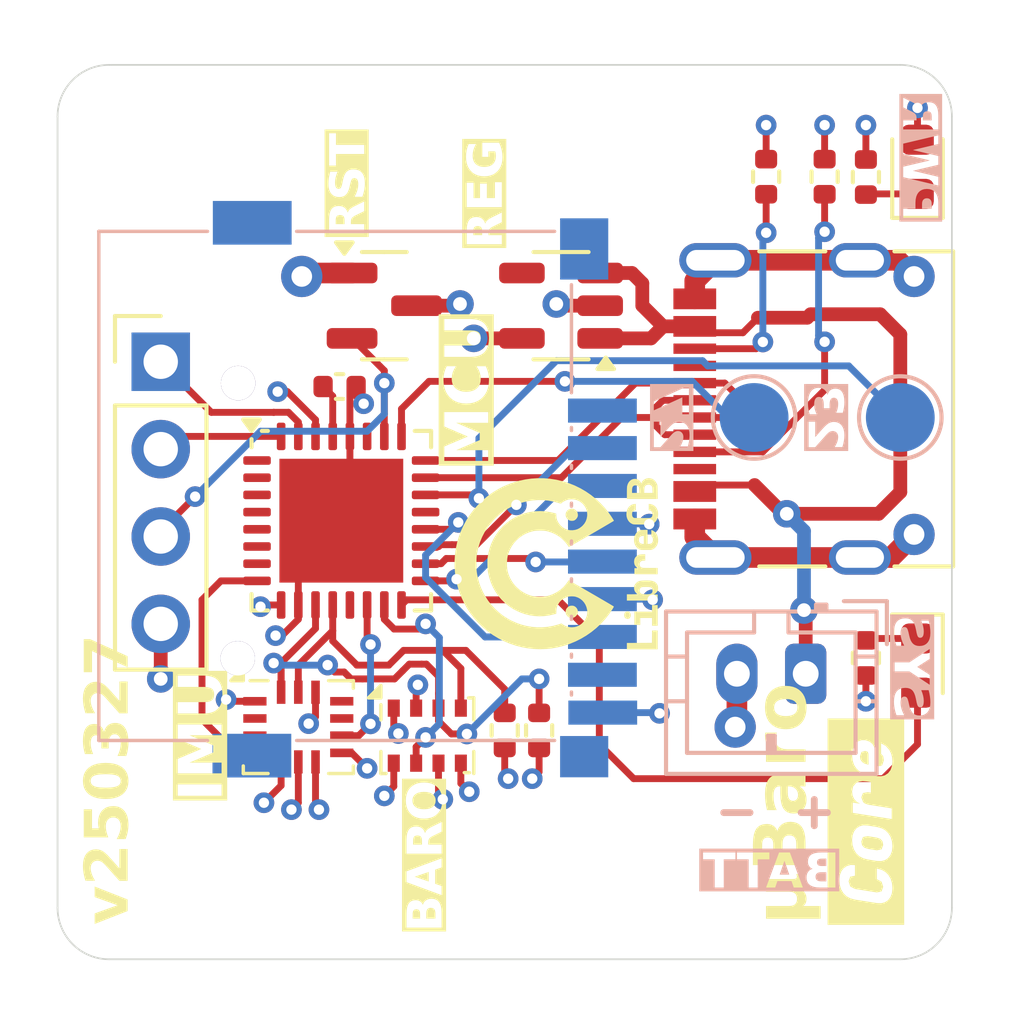
<source format=kicad_pcb>
(kicad_pcb (version 20241229) (generator "pcbnew") (generator_version "9.0")
  (title_block (title "µBaro") (date "2025-03-27") (rev "v250327") (company "LibreCB"))
  (layers (0 "F.Cu" signal) (4 "In1.Cu" signal) (6 "In2.Cu" signal) (2 "B.Cu" signal) (13 "F.Paste" user) (15 "B.Paste" user) (5 "F.SilkS" user "F.Silkscreen") (7 "B.SilkS" user "B.Silkscreen") (1 "F.Mask" user) (3 "B.Mask" user) (25 "Edge.Cuts" user))
  (net 0 "")
  (net 1 "/SCK")
  (net 2 "/MOSI")
  (net 3 "GND")
  (net 4 "/CS")
  (net 7 "/MISO")
  (net 8 "+3.3V")
  (net 9 "Net-(J3-Pin_3)")
  (net 10 "Net-(J3-Pin_2)")
  (net 11 "Net-(J3-Pin_1)")
  (net 12 "Net-(U1-VDDCORE)")
  (net 20 "/D-")
  (net 21 "/BUF_I2C_SCL")
  (net 24 "/BUF_I2C_SDA")
  (net 25 "/D+")
  (net 27 "/BARO_INT")
  (net 28 "/IMU_INT2")
  (net 33 "/IMU_INT1")
  (net 34 "+5V")
  (net 35 "Net-(J1-CC1)")
  (net 38 "Net-(J1-CC2)")
  (net 40 "Net-(D1-K)")
  (net 41 "Net-(D2-A)")
  (net 42 "Net-(D2-K)")
  (net 43 "Net-(U1-PA23)")
  (net 44 "Net-(U1-PA27)")
  (footprint "LOGO" (layer "F.Cu") (at 108 71.25 90)
    (property "Reference" "G***" (hide yes))
    (property "Value" "LOGO" (hide yes))
  )
  (footprint "Package_TO_SOT_SMD:SOT-23" (layer "F.Cu") (at 103 63.75)
    (property "Reference" "U4" (hide yes))
    (property "Value" "TPS3839DBZ")
    (pad "1" smd roundrect (at -0.9375 -0.95) (size 1.475 0.6) (layers "F.Cu" "F.Mask" "F.Paste") (net 3 "GND"))
    (pad "2" smd roundrect (at -0.9375 0.95) (size 1.475 0.6) (layers "F.Cu" "F.Mask" "F.Paste") (net 9 "Net-(J3-Pin_3)"))
    (pad "3" smd roundrect (at 0.9375 0) (size 1.475 0.6) (layers "F.Cu" "F.Mask" "F.Paste") (net 8 "+3.3V"))
  )
  (footprint "Resistor_SMD:R_0402_1005Metric" (layer "F.Cu") (at 107.5 76.0975 90)
    (property "Reference" "R3" (hide yes))
    (property "Value" "4.7K")
    (pad "1" smd roundrect (at -0.51 0 90) (size 0.54 0.64) (layers "F.Cu" "F.Mask" "F.Paste") (net 3 "GND"))
    (pad "2" smd roundrect (at 0.51 0 90) (size 0.54 0.64) (layers "F.Cu" "F.Mask" "F.Paste") (net 24 "/BUF_I2C_SDA"))
  )
  (footprint "Resistor_SMD:R_0402_1005Metric" (layer "F.Cu") (at 106.5 76.0975 90)
    (property "Reference" "R4" (hide yes))
    (property "Value" "4.7K")
    (pad "1" smd roundrect (at -0.51 0 90) (size 0.54 0.64) (layers "F.Cu" "F.Mask" "F.Paste") (net 3 "GND"))
    (pad "2" smd roundrect (at 0.51 0 90) (size 0.54 0.64) (layers "F.Cu" "F.Mask" "F.Paste") (net 21 "/BUF_I2C_SCL"))
  )
  (footprint "LED_SMD:LED_0603_1608Metric" (layer "F.Cu") (at 118.5 59.7125 90)
    (property "Reference" "D1" (hide yes))
    (property "Value" "RED")
    (pad "1" smd roundrect (at -0.7875 0 90) (size 0.875 0.95) (layers "F.Cu" "F.Mask" "F.Paste") (net 40 "Net-(D1-K)"))
    (pad "2" smd roundrect (at 0.7875 0 90) (size 0.875 0.95) (layers "F.Cu" "F.Mask" "F.Paste") (net 8 "+3.3V"))
  )
  (footprint "Resistor_SMD:R_0402_1005Metric" (layer "F.Cu") (at 117 60.01 90)
    (property "Reference" "R5" (hide yes))
    (property "Value" "55R")
    (pad "1" smd roundrect (at -0.51 0 90) (size 0.54 0.64) (layers "F.Cu" "F.Mask" "F.Paste") (net 40 "Net-(D1-K)"))
    (pad "2" smd roundrect (at 0.51 0 90) (size 0.54 0.64) (layers "F.Cu" "F.Mask" "F.Paste") (net 3 "GND"))
  )
  (footprint "MountingHole:MountingHole_2.2mm_M2" (layer "F.Cu") (at 110.5 80.25)
    (property "Reference" "H3" (hide yes))
    (property "Value" "MountingHole")
    (pad "" np_thru_hole circle (at 0 0) (size 2.2 2.2) (drill 2.2) (layers "*.Cu" "*.Mask"))
  )
  (footprint "Project:USB_C_Receptacle_G-Switch_GT-USB-7010ASV" (layer "F.Cu") (at 115.75 66.75 90)
    (property "Reference" "J1" (hide yes))
    (property "Value" "USB_C_Receptacle_USB2.0_16P")
    (pad "" np_thru_hole circle (at -2.89 -2.605 90) (size 0.65 0.65) (drill 0.65) (layers "*.Cu" "*.Mask"))
    (pad "" np_thru_hole circle (at 2.89 -2.605 90) (size 0.65 0.65) (drill 0.65) (layers "*.Cu" "*.Mask"))
    (pad "A1" smd rect (at -3.2 -3.725 90) (size 0.6 1.24) (layers "F.Cu" "F.Mask" "F.Paste") (net 3 "GND"))
    (pad "A4" smd rect (at -2.4 -3.725 90) (size 0.6 1.24) (layers "F.Cu" "F.Mask" "F.Paste") (net 34 "+5V"))
    (pad "A5" smd rect (at -1.25 -3.725 90) (size 0.3 1.24) (layers "F.Cu" "F.Mask" "F.Paste") (net 35 "Net-(J1-CC1)"))
    (pad "A6" smd rect (at -0.25 -3.725 90) (size 0.3 1.24) (layers "F.Cu" "F.Mask" "F.Paste") (net 25 "/D+"))
    (pad "A7" smd rect (at 0.25 -3.725 90) (size 0.3 1.24) (layers "F.Cu" "F.Mask" "F.Paste") (net 20 "/D-"))
    (pad "A8" smd rect (at 1.25 -3.725 90) (size 0.3 1.24) (layers "F.Cu" "F.Mask" "F.Paste"))
    (pad "A9" smd rect (at 2.4 -3.725 90) (size 0.6 1.24) (layers "F.Cu" "F.Mask" "F.Paste") (net 34 "+5V"))
    (pad "A12" smd rect (at 3.2 -3.725 90) (size 0.6 1.24) (layers "F.Cu" "F.Mask" "F.Paste") (net 3 "GND"))
    (pad "B1" smd rect (at 3.2 -3.725 90) (size 0.6 1.24) (layers "F.Cu" "F.Mask" "F.Paste") (net 3 "GND"))
    (pad "B4" smd rect (at 2.4 -3.725 90) (size 0.6 1.24) (layers "F.Cu" "F.Mask" "F.Paste") (net 34 "+5V"))
    (pad "B5" smd rect (at 1.75 -3.725 90) (size 0.3 1.24) (layers "F.Cu" "F.Mask" "F.Paste") (net 38 "Net-(J1-CC2)"))
    (pad "B6" smd rect (at 0.75 -3.725 90) (size 0.3 1.24) (layers "F.Cu" "F.Mask" "F.Paste") (net 25 "/D+"))
    (pad "B7" smd rect (at -0.75 -3.725 90) (size 0.3 1.24) (layers "F.Cu" "F.Mask" "F.Paste") (net 20 "/D-"))
    (pad "B8" smd rect (at -1.75 -3.725 90) (size 0.3 1.24) (layers "F.Cu" "F.Mask" "F.Paste"))
    (pad "B9" smd rect (at -2.4 -3.725 90) (size 0.6 1.24) (layers "F.Cu" "F.Mask" "F.Paste") (net 34 "+5V"))
    (pad "B12" smd rect (at -3.2 -3.725 90) (size 0.6 1.24) (layers "F.Cu" "F.Mask" "F.Paste") (net 3 "GND"))
    (pad "S1" thru_hole oval (at -4.32 -3.125 90) (size 1 2.1) (drill oval 0.6 1.7) (property pad_prop_heatsink) (layers "*.Cu" "*.Mask") (net 3 "GND"))
    (pad "S1" thru_hole oval (at -4.32 1.075 90) (size 1 1.8) (drill oval 0.6 1.4) (property pad_prop_heatsink) (layers "*.Cu" "*.Mask") (net 3 "GND"))
    (pad "S1" thru_hole oval (at 4.32 -3.125 90) (size 1 2.1) (drill oval 0.6 1.7) (property pad_prop_heatsink) (layers "*.Cu" "*.Mask") (net 3 "GND"))
    (pad "S1" thru_hole oval (at 4.32 1.075 90) (size 1 1.8) (drill oval 0.6 1.4) (property pad_prop_heatsink) (layers "*.Cu" "*.Mask") (net 3 "GND"))
  )
  (footprint "kibuzzard-67E48EA0" (layer "F.Cu") (at 117 78.75 90)
    (property "Reference" "kibuzzard-67E48EA0" (hide yes))
    (property "Value" "G***" (hide yes))
  )
  (footprint "Connector_PinHeader_2.54mm:PinHeader_1x04_P2.54mm_Vertical" (layer "F.Cu") (at 96.5 65.38)
    (property "Reference" "J3" (hide yes))
    (property "Value" "Conn_01x04")
    (pad "1" thru_hole rect (at 0 0) (size 1.7 1.7) (drill 1) (layers "*.Cu" "*.Mask") (net 11 "Net-(J3-Pin_1)"))
    (pad "2" thru_hole oval (at 0 2.54) (size 1.7 1.7) (drill 1) (layers "*.Cu" "*.Mask") (net 10 "Net-(J3-Pin_2)"))
    (pad "3" thru_hole oval (at 0 5.08) (size 1.7 1.7) (drill 1) (layers "*.Cu" "*.Mask") (net 9 "Net-(J3-Pin_3)"))
    (pad "4" thru_hole oval (at 0 7.62) (size 1.7 1.7) (drill 1) (layers "*.Cu" "*.Mask") (net 3 "GND"))
  )
  (footprint "Package_DFN_QFN:QFN-32-1EP_5x5mm_P0.5mm_EP3.6x3.6mm" (layer "F.Cu") (at 101.75 70)
    (property "Reference" "U1" (hide yes))
    (property "Value" "ATSAMD20E15A-MUT")
    (pad "1" smd roundrect (at -2.45 -1.75) (size 0.8 0.25) (layers "F.Cu" "F.Mask" "F.Paste"))
    (pad "2" smd roundrect (at -2.45 -1.25) (size 0.8 0.25) (layers "F.Cu" "F.Mask" "F.Paste"))
    (pad "3" smd roundrect (at -2.45 -0.75) (size 0.8 0.25) (layers "F.Cu" "F.Mask" "F.Paste"))
    (pad "4" smd roundrect (at -2.45 -0.25) (size 0.8 0.25) (layers "F.Cu" "F.Mask" "F.Paste"))
    (pad "5" smd roundrect (at -2.45 0.25) (size 0.8 0.25) (layers "F.Cu" "F.Mask" "F.Paste"))
    (pad "6" smd roundrect (at -2.45 0.75) (size 0.8 0.25) (layers "F.Cu" "F.Mask" "F.Paste"))
    (pad "7" smd roundrect (at -2.45 1.25) (size 0.8 0.25) (layers "F.Cu" "F.Mask" "F.Paste"))
    (pad "8" smd roundrect (at -2.45 1.75) (size 0.8 0.25) (layers "F.Cu" "F.Mask" "F.Paste") (net 33 "/IMU_INT1"))
    (pad "9" smd roundrect (at -1.75 2.45) (size 0.25 0.8) (layers "F.Cu" "F.Mask" "F.Paste") (net 8 "+3.3V"))
    (pad "10" smd roundrect (at -1.25 2.45) (size 0.25 0.8) (layers "F.Cu" "F.Mask" "F.Paste") (net 3 "GND"))
    (pad "11" smd roundrect (at -0.75 2.45) (size 0.25 0.8) (layers "F.Cu" "F.Mask" "F.Paste") (net 24 "/BUF_I2C_SDA"))
    (pad "12" smd roundrect (at -0.25 2.45) (size 0.25 0.8) (layers "F.Cu" "F.Mask" "F.Paste") (net 21 "/BUF_I2C_SCL"))
    (pad "13" smd roundrect (at 0.25 2.45) (size 0.25 0.8) (layers "F.Cu" "F.Mask" "F.Paste"))
    (pad "14" smd roundrect (at 0.75 2.45) (size 0.25 0.8) (layers "F.Cu" "F.Mask" "F.Paste") (net 28 "/IMU_INT2"))
    (pad "15" smd roundrect (at 1.25 2.45) (size 0.25 0.8) (layers "F.Cu" "F.Mask" "F.Paste") (net 27 "/BARO_INT"))
    (pad "16" smd roundrect (at 1.75 2.45) (size 0.25 0.8) (layers "F.Cu" "F.Mask" "F.Paste") (net 41 "Net-(D2-A)"))
    (pad "17" smd roundrect (at 2.45 1.75) (size 0.8 0.25) (layers "F.Cu" "F.Mask" "F.Paste") (net 2 "/MOSI"))
    (pad "18" smd roundrect (at 2.45 1.25) (size 0.8 0.25) (layers "F.Cu" "F.Mask" "F.Paste") (net 1 "/SCK"))
    (pad "19" smd roundrect (at 2.45 0.75) (size 0.8 0.25) (layers "F.Cu" "F.Mask" "F.Paste") (net 4 "/CS"))
    (pad "20" smd roundrect (at 2.45 0.25) (size 0.8 0.25) (layers "F.Cu" "F.Mask" "F.Paste") (net 7 "/MISO"))
    (pad "21" smd roundrect (at 2.45 -0.25) (size 0.8 0.25) (layers "F.Cu" "F.Mask" "F.Paste"))
    (pad "22" smd roundrect (at 2.45 -0.75) (size 0.8 0.25) (layers "F.Cu" "F.Mask" "F.Paste") (net 43 "Net-(U1-PA23)"))
    (pad "23" smd roundrect (at 2.45 -1.25) (size 0.8 0.25) (layers "F.Cu" "F.Mask" "F.Paste") (net 20 "/D-"))
    (pad "24" smd roundrect (at 2.45 -1.75) (size 0.8 0.25) (layers "F.Cu" "F.Mask" "F.Paste") (net 25 "/D+"))
    (pad "25" smd roundrect (at 1.75 -2.45) (size 0.25 0.8) (layers "F.Cu" "F.Mask" "F.Paste") (net 44 "Net-(U1-PA27)"))
    (pad "26" smd roundrect (at 1.25 -2.45) (size 0.25 0.8) (layers "F.Cu" "F.Mask" "F.Paste") (net 9 "Net-(J3-Pin_3)"))
    (pad "27" smd roundrect (at 0.75 -2.45) (size 0.25 0.8) (layers "F.Cu" "F.Mask" "F.Paste"))
    (pad "28" smd roundrect (at 0.25 -2.45) (size 0.25 0.8) (layers "F.Cu" "F.Mask" "F.Paste") (net 3 "GND"))
    (pad "29" smd roundrect (at -0.25 -2.45) (size 0.25 0.8) (layers "F.Cu" "F.Mask" "F.Paste") (net 12 "Net-(U1-VDDCORE)"))
    (pad "30" smd roundrect (at -0.75 -2.45) (size 0.25 0.8) (layers "F.Cu" "F.Mask" "F.Paste") (net 8 "+3.3V"))
    (pad "31" smd roundrect (at -1.25 -2.45) (size 0.25 0.8) (layers "F.Cu" "F.Mask" "F.Paste") (net 11 "Net-(J3-Pin_1)"))
    (pad "32" smd roundrect (at -1.75 -2.45) (size 0.25 0.8) (layers "F.Cu" "F.Mask" "F.Paste") (net 10 "Net-(J3-Pin_2)"))
    (pad "33" smd rect (at 0 0) (size 3.6 3.6) (property pad_prop_heatsink) (layers "F.Cu" "F.Mask") (net 3 "GND"))
  )
  (footprint "Package_TO_SOT_SMD:SOT-23-5" (layer "F.Cu") (at 108.1375 63.75 180)
    (property "Reference" "U5" (hide yes))
    (property "Value" "TPTLV73333PDBVR")
    (pad "1" smd roundrect (at -1.1375 -0.95 180) (size 1.325 0.6) (layers "F.Cu" "F.Mask" "F.Paste") (net 34 "+5V"))
    (pad "2" smd roundrect (at -1.1375 0 180) (size 1.325 0.6) (layers "F.Cu" "F.Mask" "F.Paste") (net 3 "GND"))
    (pad "3" smd roundrect (at -1.1375 0.95 180) (size 1.325 0.6) (layers "F.Cu" "F.Mask" "F.Paste") (net 34 "+5V"))
    (pad "4" smd roundrect (at 1.1375 0.95 180) (size 1.325 0.6) (layers "F.Cu" "F.Mask" "F.Paste"))
    (pad "5" smd roundrect (at 1.1375 -0.95 180) (size 1.325 0.6) (layers "F.Cu" "F.Mask" "F.Paste") (net 8 "+3.3V"))
  )
  (footprint "MountingHole:MountingHole_2.2mm_M2" (layer "F.Cu") (at 110.5 59.25)
    (property "Reference" "H2" (hide yes))
    (property "Value" "MountingHole")
    (pad "" np_thru_hole circle (at 0 0) (size 2.2 2.2) (drill 2.2) (layers "*.Cu" "*.Mask"))
  )
  (footprint "Capacitor_SMD:C_0402_1005Metric" (layer "F.Cu") (at 101.7 66.1 180)
    (property "Reference" "C1" (hide yes))
    (property "Value" "1uF")
    (pad "1" smd roundrect (at -0.48 0 180) (size 0.56 0.62) (layers "F.Cu" "F.Mask" "F.Paste") (net 3 "GND"))
    (pad "2" smd roundrect (at 0.48 0 180) (size 0.56 0.62) (layers "F.Cu" "F.Mask" "F.Paste") (net 12 "Net-(U1-VDDCORE)"))
  )
  (footprint "LED_SMD:LED_0603_1608Metric" (layer "F.Cu") (at 118.5 74.2125 -90)
    (property "Reference" "D2" (hide yes))
    (property "Value" "GREEN")
    (pad "1" smd roundrect (at -0.7875 0 270) (size 0.875 0.95) (layers "F.Cu" "F.Mask" "F.Paste") (net 42 "Net-(D2-K)"))
    (pad "2" smd roundrect (at 0.7875 0 270) (size 0.875 0.95) (layers "F.Cu" "F.Mask" "F.Paste") (net 41 "Net-(D2-A)"))
  )
  (footprint "Package_LGA:Bosch_LGA-14_3x2.5mm_P0.5mm" (layer "F.Cu") (at 100.5 76)
    (property "Reference" "U3" (hide yes))
    (property "Value" "BMI160")
    (pad "1" smd rect (at -1.2625 -0.75) (size 0.675 0.25) (layers "F.Cu" "F.Mask" "F.Paste") (net 3 "GND"))
    (pad "2" smd rect (at -1.2625 -0.25) (size 0.675 0.25) (layers "F.Cu" "F.Mask" "F.Paste"))
    (pad "3" smd rect (at -1.2625 0.25) (size 0.675 0.25) (layers "F.Cu" "F.Mask" "F.Paste"))
    (pad "4" smd rect (at -1.2625 0.75) (size 0.675 0.25) (layers "F.Cu" "F.Mask" "F.Paste") (net 33 "/IMU_INT1"))
    (pad "5" smd rect (at -0.5 1.0125) (size 0.25 0.675) (layers "F.Cu" "F.Mask" "F.Paste") (net 8 "+3.3V"))
    (pad "6" smd rect (at 0 1.0125) (size 0.25 0.675) (layers "F.Cu" "F.Mask" "F.Paste") (net 3 "GND"))
    (pad "7" smd rect (at 0.5 1.0125) (size 0.25 0.675) (layers "F.Cu" "F.Mask" "F.Paste") (net 3 "GND"))
    (pad "8" smd rect (at 1.2625 0.75) (size 0.675 0.25) (layers "F.Cu" "F.Mask" "F.Paste") (net 8 "+3.3V"))
    (pad "9" smd rect (at 1.2625 0.25) (size 0.675 0.25) (layers "F.Cu" "F.Mask" "F.Paste") (net 28 "/IMU_INT2"))
    (pad "10" smd rect (at 1.2625 -0.25) (size 0.675 0.25) (layers "F.Cu" "F.Mask" "F.Paste"))
    (pad "11" smd rect (at 1.2625 -0.75) (size 0.675 0.25) (layers "F.Cu" "F.Mask" "F.Paste"))
    (pad "12" smd rect (at 0.5 -1.0125) (size 0.25 0.675) (layers "F.Cu" "F.Mask" "F.Paste") (net 8 "+3.3V"))
    (pad "13" smd rect (at 0 -1.0125) (size 0.25 0.675) (layers "F.Cu" "F.Mask" "F.Paste") (net 21 "/BUF_I2C_SCL"))
    (pad "14" smd rect (at -0.5 -1.0125) (size 0.25 0.675) (layers "F.Cu" "F.Mask" "F.Paste") (net 24 "/BUF_I2C_SDA"))
  )
  (footprint "Resistor_SMD:R_0402_1005Metric" (layer "F.Cu") (at 115.8 60 90)
    (property "Reference" "R1" (hide yes))
    (property "Value" "5.1K")
    (pad "1" smd roundrect (at -0.51 0 90) (size 0.54 0.64) (layers "F.Cu" "F.Mask" "F.Paste") (net 35 "Net-(J1-CC1)"))
    (pad "2" smd roundrect (at 0.51 0 90) (size 0.54 0.64) (layers "F.Cu" "F.Mask" "F.Paste") (net 3 "GND"))
  )
  (footprint "MountingHole:MountingHole_2.2mm_M2" (layer "F.Cu") (at 98 80.25)
    (property "Reference" "H4" (hide yes))
    (property "Value" "MountingHole")
    (pad "" np_thru_hole circle (at 0 0) (size 2.2 2.2) (drill 2.2) (layers "*.Cu" "*.Mask"))
  )
  (footprint "Package_LGA:Bosch_LGA-8_2x2.5mm_P0.65mm_ClockwisePinNumbering" (layer "F.Cu") (at 104.25 76.25)
    (property "Reference" "U2" (hide yes))
    (property "Value" "BMP390L")
    (pad "1" smd rect (at -0.975 -0.8 90) (size 0.5 0.35) (layers "F.Cu" "F.Mask" "F.Paste") (net 3 "GND"))
    (pad "2" smd rect (at -0.325 -0.8 90) (size 0.5 0.35) (layers "F.Cu" "F.Mask" "F.Paste") (net 8 "+3.3V"))
    (pad "3" smd rect (at 0.325 -0.8 90) (size 0.5 0.35) (layers "F.Cu" "F.Mask" "F.Paste") (net 24 "/BUF_I2C_SDA"))
    (pad "4" smd rect (at 0.975 -0.8 90) (size 0.5 0.35) (layers "F.Cu" "F.Mask" "F.Paste") (net 21 "/BUF_I2C_SCL"))
    (pad "5" smd rect (at 0.975 0.8 90) (size 0.5 0.35) (layers "F.Cu" "F.Mask" "F.Paste") (net 3 "GND"))
    (pad "6" smd rect (at 0.325 0.8 90) (size 0.5 0.35) (layers "F.Cu" "F.Mask" "F.Paste") (net 8 "+3.3V"))
    (pad "7" smd rect (at -0.325 0.8 90) (size 0.5 0.35) (layers "F.Cu" "F.Mask" "F.Paste") (net 27 "/BARO_INT"))
    (pad "8" smd rect (at -0.975 0.8 90) (size 0.5 0.35) (layers "F.Cu" "F.Mask" "F.Paste") (net 8 "+3.3V"))
  )
  (footprint "MountingHole:MountingHole_2.2mm_M2" (layer "F.Cu") (at 98 59.25)
    (property "Reference" "H1" (hide yes))
    (property "Value" "MountingHole")
    (pad "" np_thru_hole circle (at 0 0) (size 2.2 2.2) (drill 2.2) (layers "*.Cu" "*.Mask"))
  )
  (footprint "Resistor_SMD:R_0402_1005Metric" (layer "F.Cu") (at 114.1 60 90)
    (property "Reference" "R2" (hide yes))
    (property "Value" "5.1K")
    (pad "1" smd roundrect (at -0.51 0 90) (size 0.54 0.64) (layers "F.Cu" "F.Mask" "F.Paste") (net 38 "Net-(J1-CC2)"))
    (pad "2" smd roundrect (at 0.51 0 90) (size 0.54 0.64) (layers "F.Cu" "F.Mask" "F.Paste") (net 3 "GND"))
  )
  (footprint "Resistor_SMD:R_0402_1005Metric" (layer "F.Cu") (at 117 73.99 -90)
    (property "Reference" "R6" (hide yes))
    (property "Value" "55R")
    (pad "1" smd roundrect (at -0.51 0 270) (size 0.54 0.64) (layers "F.Cu" "F.Mask" "F.Paste") (net 42 "Net-(D2-K)"))
    (pad "2" smd roundrect (at 0.51 0 270) (size 0.54 0.64) (layers "F.Cu" "F.Mask" "F.Paste") (net 3 "GND"))
  )
  (footprint "Project:TF-SMD_TF-015" (layer "B.Cu") (at 104.25 69.1 90)
    (property "Reference" "J2" (hide yes))
    (property "Value" "Micro_SD_Card")
    (pad "" thru_hole circle (at -4.9 -5.51 90) (size 1 1) (drill 1) (layers "*.Cu" "*.Mask"))
    (pad "" thru_hole circle (at 3.1 -5.5 90) (size 1 1) (drill 1) (layers "*.Cu" "*.Mask"))
    (pad "1" smd rect (at 2.3 5.09 90) (size 0.7 2) (layers "B.Cu" "B.Mask" "B.Paste"))
    (pad "2" smd rect (at 1.21 5.09 90) (size 0.7 2) (layers "B.Cu" "B.Mask" "B.Paste") (net 4 "/CS"))
    (pad "3" smd rect (at 0.11 5.09 90) (size 0.7 2) (layers "B.Cu" "B.Mask" "B.Paste") (net 2 "/MOSI"))
    (pad "4" smd rect (at -0.99 5.09 90) (size 0.7 2) (layers "B.Cu" "B.Mask" "B.Paste") (net 8 "+3.3V"))
    (pad "5" smd rect (at -2.09 5.09 90) (size 0.7 2) (layers "B.Cu" "B.Mask" "B.Paste") (net 1 "/SCK"))
    (pad "6" smd rect (at -3.18 5.09 90) (size 0.7 2) (layers "B.Cu" "B.Mask" "B.Paste") (net 3 "GND"))
    (pad "7" smd rect (at -4.28 5.09 90) (size 0.7 2) (layers "B.Cu" "B.Mask" "B.Paste") (net 7 "/MISO"))
    (pad "8" smd rect (at -5.38 5.09 90) (size 0.7 2) (layers "B.Cu" "B.Mask" "B.Paste"))
    (pad "9" smd rect (at -6.48 5.1 90) (size 0.7 2) (layers "B.Cu" "B.Mask" "B.Paste") (net 3 "GND"))
    (pad "10" smd rect (at -7.76 4.56 90) (size 1.2 1.4) (layers "B.Cu" "B.Mask" "B.Paste"))
    (pad "11" smd rect (at -7.73 -5.1 90) (size 1.27 2.29) (layers "B.Cu" "B.Mask" "B.Paste"))
    (pad "12" smd rect (at 7.76 -5.09 90) (size 1.27 2.29) (layers "B.Cu" "B.Mask" "B.Paste"))
    (pad "13" smd rect (at 7 4.56 90) (size 1.78 1.4) (layers "B.Cu" "B.Mask" "B.Paste"))
  )
  (footprint "TestPoint:TestPoint_Pad_D2.0mm" (layer "B.Cu") (at 118 67)
    (property "Reference" "TP1" (hide yes))
    (property "Value" "TestPoint")
    (pad "1" smd circle (at 0 0) (size 2 2) (layers "B.Cu" "B.Mask") (net 43 "Net-(U1-PA23)"))
  )
  (footprint "Connector_JST:JST_PH_B2B-PH-K_1x02_P2.00mm_Vertical" (layer "B.Cu") (at 115.25 74.45 180)
    (property "Reference" "J4" (hide yes))
    (property "Value" "Conn_01x02")
    (pad "1" thru_hole roundrect (at 0 0 180) (size 1.2 1.75) (drill 0.75) (layers "*.Cu" "*.Mask") (roundrect_rratio 0.208333) (net 34 "+5V"))
    (pad "2" thru_hole oval (at 2 0 180) (size 1.2 1.75) (drill 0.75) (layers "*.Cu" "*.Mask") (net 3 "GND"))
  )
  (footprint "TestPoint:TestPoint_Pad_D2.0mm" (layer "B.Cu") (at 113.75 67)
    (property "Reference" "TP2" (hide yes))
    (property "Value" "TestPoint")
    (pad "1" smd circle (at 0 0) (size 2 2) (layers "B.Cu" "B.Mask") (net 44 "Net-(U1-PA27)"))
  )
  (gr_line (start 119.5 58.25) (end 119.5 81.25) (stroke (width 0.05)) (layer "Edge.Cuts"))
  (gr_arc (start 93.5 58.25) (mid 93.93934 57.18934) (end 95 56.75) (stroke (width 0.05)) (layer "Edge.Cuts"))
  (gr_arc (start 119.5 81.25) (mid 119.06066 82.31066) (end 118 82.75) (stroke (width 0.05)) (layer "Edge.Cuts"))
  (gr_arc (start 118 56.75) (mid 119.06066 57.18934) (end 119.5 58.25) (stroke (width 0.05)) (layer "Edge.Cuts"))
  (gr_line (start 93.5 81.25) (end 93.5 58.25) (stroke (width 0.05)) (layer "Edge.Cuts"))
  (gr_line (start 95 56.75) (end 118 56.75) (stroke (width 0.05)) (layer "Edge.Cuts"))
  (gr_line (start 118 82.75) (end 95 82.75) (stroke (width 0.05)) (layer "Edge.Cuts"))
  (gr_arc (start 95 82.75) (mid 93.93934 82.31066) (end 93.5 81.25) (stroke (width 0.05)) (layer "Edge.Cuts"))
  (gr_text "BARO" (at 104.25 79.75 90) (layer "F.SilkS" knockout) (effects (font (size 1 1) (thickness 0.1))))
  (gr_text "MCU" (at 105.5 66.2 90) (layer "F.SilkS" knockout) (effects (font (size 1.25 1.25) (thickness 0.1))))
  (gr_text "${REVISION}" (at 95.75 81.75 90) (layer "F.SilkS") (effects (font (size 1.25 1.25) (thickness 0.3) (bold yes)) (justify left bottom)))
  (gr_text "RST" (at 102 60.25 90) (layer "F.SilkS" knockout) (effects (font (size 1 1) (thickness 0.1))))
  (gr_text "µBaro" (at 115.5 81.75 90) (layer "F.SilkS") (effects (font (size 1.5 1.5) (thickness 0.1875)) (justify left bottom)))
  (gr_text "IMU" (at 97.75 76.25 90) (layer "F.SilkS" knockout) (effects (font (size 1.25 1.25) (thickness 0.125))))
  (gr_text "REG" (at 106 60.5 90) (layer "F.SilkS" knockout) (effects (font (size 1 1) (thickness 0.1))))
  (gr_text "+" (at 116.25 79 0) (layer "B.SilkS") (effects (font (size 1 1) (thickness 0.2) (bold yes)) (justify left bottom mirror)))
  (gr_text "-" (at 114 79 0) (layer "B.SilkS") (effects (font (size 1 1) (thickness 0.2) (bold yes)) (justify left bottom mirror)))
  (gr_text "SYS" (at 118.25 74.25 270) (layer "B.SilkS" knockout) (effects (font (size 1 1) (thickness 0.1)) (justify mirror)))
  (gr_text "BATT" (at 114.25 80.25 0) (layer "B.SilkS" knockout) (effects (font (size 1 1) (thickness 0.1)) (justify mirror)))
  (gr_text "PWR" (at 118.5 59.5 270) (layer "B.SilkS" knockout) (effects (font (size 1 1) (thickness 0.1)) (justify mirror)))
  (gr_text "27" (at 111.25 67 270) (layer "B.SilkS" knockout) (effects (font (size 1 1) (thickness 0.1)) (justify mirror)))
  (gr_text "23" (at 115.75 67 270) (layer "B.SilkS" knockout) (effects (font (size 1 1) (thickness 0.1)) (justify mirror)))
  (segment (start 104.2 71.25) (end 104.65 71.25) (width 0.2) (layer "F.Cu") (net 1))
  (segment (start 107.299 71.099) (end 107.4 71.2) (width 0.2) (layer "F.Cu") (net 1))
  (segment (start 104.801 71.099) (end 107.299 71.099) (width 0.2) (layer "F.Cu") (net 1))
  (segment (start 104.65 71.25) (end 104.801 71.099) (width 0.2) (layer "F.Cu") (net 1))
  (via (at 107.4 71.2) (size 0.6) (drill 0.3) (layers "F.Cu" "B.Cu") (net 1))
  (segment (start 109.33 71.2) (end 109.34 71.19) (width 0.2) (layer "B.Cu") (net 1))
  (segment (start 107.4 71.2) (end 109.33 71.2) (width 0.2) (layer "B.Cu") (net 1))
  (segment (start 104.2 71.75) (end 105.05 71.75) (width 0.2) (layer "F.Cu") (net 2))
  (segment (start 105.05 71.75) (end 105.1 71.7) (width 0.2) (layer "F.Cu") (net 2))
  (via (at 105.1 71.7) (size 0.6) (drill 0.3) (layers "F.Cu" "B.Cu") (net 2))
  (segment (start 105.526728 71.7) (end 108.236728 68.99) (width 0.2) (layer "B.Cu") (net 2))
  (segment (start 105.1 71.7) (end 105.526728 71.7) (width 0.2) (layer "B.Cu") (net 2))
  (segment (start 108.236728 68.99) (end 109.34 68.99) (width 0.2) (layer "B.Cu") (net 2))
  (segment (start 113.25 75.95) (end 113.2 76) (width 0.6) (layer "F.Cu") (net 3))
  (segment (start 105.225 77.636) (end 105.469222 77.880222) (width 0.2) (layer "F.Cu") (net 3))
  (segment (start 102 69.75) (end 101.75 70) (width 0.2) (layer "F.Cu") (net 3))
  (segment (start 107.5 77.3) (end 107.3 77.5) (width 0.2) (layer "F.Cu") (net 3))
  (segment (start 105.225 77.05) (end 105.225 77.636) (width 0.2) (layer "F.Cu") (net 3))
  (segment (start 112.025 70.47) (end 112.625 71.07) (width 0.6) (layer "F.Cu") (net 3))
  (segment (start 116.825 71.07) (end 117.73 71.07) (width 0.6) (layer "F.Cu") (net 3))
  (segment (start 102 67.55) (end 102 69.75) (width 0.2) (layer "F.Cu") (net 3))
  (segment (start 112.025 63.03) (end 112.625 62.43) (width 0.6) (layer "F.Cu") (net 3))
  (segment (start 112.625 71.07) (end 116.825 71.07) (width 0.6) (layer "F.Cu") (net 3))
  (segment (start 102.0625 62.8) (end 100.7 62.8) (width 0.6) (layer "F.Cu") (net 3))
  (segment (start 117 74.5) (end 117 75.25) (width 0.2) (layer "F.Cu") (net 3))
  (segment (start 107.5 76.695) (end 107.5 77.3) (width 0.2) (layer "F.Cu") (net 3))
  (segment (start 106.5 76.695) (end 106.5 77.4) (width 0.2) (layer "F.Cu") (net 3))
  (segment (start 100.5 71.25) (end 101.75 70) (width 0.2) (layer "F.Cu") (net 3))
  (segment (start 102.18 66.1) (end 102 66.28) (width 0.2) (layer "F.Cu") (net 3))
  (segment (start 100.5 78.2) (end 100.3 78.4) (width 0.2) (layer "F.Cu") (net 3))
  (segment (start 100.5 77.0125) (end 100.5 78.2) (width 0.2) (layer "F.Cu") (net 3))
  (segment (start 112.625 62.43) (end 116.825 62.43) (width 0.6) (layer "F.Cu") (net 3))
  (segment (start 116.825 62.43) (end 117.93 62.43) (width 0.6) (layer "F.Cu") (net 3))
  (segment (start 102.18 66.1) (end 102.18 66.38) (width 0.2) (layer "F.Cu") (net 3))
  (segment (start 100.024569 73.341229) (end 99.838103 73.341229) (width 0.2) (layer "F.Cu") (net 3))
  (segment (start 112.025 63.55) (end 112.025 63.03) (width 0.6) (layer "F.Cu") (net 3))
  (segment (start 101 77.0125) (end 101 78.3) (width 0.2) (layer "F.Cu") (net 3))
  (segment (start 109.275 63.75) (end 108.05 63.75) (width 0.4) (layer "F.Cu") (net 3))
  (segment (start 98.45 75.25) (end 98.4 75.2) (width 0.2) (layer "F.Cu") (net 3))
  (segment (start 100.5 72.45) (end 100.5 71.25) (width 0.2) (layer "F.Cu") (net 3))
  (segment (start 102 66.28) (end 102 67.55) (width 0.2) (layer "F.Cu") (net 3))
  (segment (start 108.05 63.75) (end 108 63.7) (width 0.4) (layer "F.Cu") (net 3))
  (segment (start 112.025 69.95) (end 112.025 70.47) (width 0.6) (layer "F.Cu") (net 3))
  (segment (start 114.1 59.4025) (end 114.1 58.5) (width 0.2) (layer "F.Cu") (net 3))
  (segment (start 115.8 59.4025) (end 115.8 58.5) (width 0.2) (layer "F.Cu") (net 3))
  (segment (start 117.93 62.43) (end 118.4 62.9) (width 0.6) (layer "F.Cu") (net 3))
  (segment (start 117 59.5) (end 117 58.5) (width 0.2) (layer "F.Cu") (net 3))
  (segment (start 100.5 72.865798) (end 100.024569 73.341229) (width 0.2) (layer "F.Cu") (net 3))
  (segment (start 101 78.3) (end 101.1 78.4) (width 0.2) (layer "F.Cu") (net 3))
  (segment (start 102.18 66.38) (end 102.4 66.6) (width 0.2) (layer "F.Cu") (net 3))
  (segment (start 96.5 73) (end 96.5 74.6) (width 0.4) (layer "F.Cu") (net 3))
  (segment (start 113.25 74.45) (end 113.25 75.95) (width 0.6) (layer "F.Cu") (net 3))
  (segment (start 99.2375 75.25) (end 98.45 75.25) (width 0.2) (layer "F.Cu") (net 3))
  (segment (start 100.5 72.45) (end 100.5 72.865798) (width 0.2) (layer "F.Cu") (net 3))
  (segment (start 100.7 62.8) (end 100.6 62.9) (width 0.6) (layer "F.Cu") (net 3))
  (segment (start 106.5 77.4) (end 106.6 77.5) (width 0.2) (layer "F.Cu") (net 3))
  (segment (start 117.73 71.07) (end 118.4 70.4) (width 0.6) (layer "F.Cu") (net 3))
  (segment (start 103.275 76.053825) (end 103.408038 76.186863) (width 0.2) (layer "F.Cu") (net 3))
  (segment (start 103.275 75.45) (end 103.275 76.053825) (width 0.2) (layer "F.Cu") (net 3))
  (via (at 103.408038 76.186863) (size 0.6) (drill 0.3) (layers "F.Cu" "B.Cu") (net 3))
  (via (at 111 75.6) (size 0.6) (drill 0.3) (layers "F.Cu" "B.Cu") (net 3))
  (via (at 105.469222 77.880222) (size 0.6) (drill 0.3) (layers "F.Cu" "B.Cu") (net 3))
  (via (at 102.4 66.6) (size 0.6) (drill 0.3) (layers "F.Cu" "B.Cu") (net 3))
  (via (at 99.838103 73.341229) (size 0.6) (drill 0.3) (layers "F.Cu" "B.Cu") (net 3))
  (via (at 101.1 78.4) (size 0.6) (drill 0.3) (layers "F.Cu" "B.Cu") (net 3))
  (via (at 113.2 76) (size 1.2) (drill 0.6) (layers "F.Cu" "B.Cu") (net 3))
  (via (at 115.8 58.5) (size 0.6) (drill 0.3) (layers "F.Cu" "B.Cu") (net 3))
  (via (at 100.3 78.4) (size 0.6) (drill 0.3) (layers "F.Cu" "B.Cu") (net 3))
  (via (at 117 75.25) (size 0.6) (drill 0.3) (layers "F.Cu" "B.Cu") (net 3))
  (via (at 110.8 72.3) (size 0.6) (drill 0.3) (layers "F.Cu" "B.Cu") (net 3))
  (via (at 118.4 70.4) (size 1.2) (drill 0.6) (layers "F.Cu" "B.Cu") (net 3))
  (via (at 106.6 77.5) (size 0.6) (drill 0.3) (layers "F.Cu" "B.Cu") (net 3))
  (via (at 107.3 77.5) (size 0.6) (drill 0.3) (layers "F.Cu" "B.Cu") (net 3))
  (via (at 118.4 62.9) (size 1.2) (drill 0.6) (layers "F.Cu" "B.Cu") (net 3))
  (via (at 98.4 75.2) (size 0.6) (drill 0.3) (layers "F.Cu" "B.Cu") (net 3))
  (via (at 100.6 62.9) (size 1.2) (drill 0.6) (layers "F.Cu" "B.Cu") (net 3))
  (via (at 117 58.5) (size 0.6) (drill 0.3) (layers "F.Cu" "B.Cu") (net 3))
  (via (at 108 63.7) (size 0.8) (drill 0.4) (layers "F.Cu" "B.Cu") (net 3))
  (via (at 96.5 74.6) (size 0.8) (drill 0.4) (layers "F.Cu" "B.Cu") (net 3))
  (via (at 114.1 58.5) (size 0.6) (drill 0.3) (layers "F.Cu" "B.Cu") (net 3))
  (segment (start 109.34 72.28) (end 110.78 72.28) (width 0.2) (layer "B.Cu") (net 3))
  (segment (start 109.35 75.58) (end 110.98 75.58) (width 0.2) (layer "B.Cu") (net 3))
  (segment (start 110.98 75.58) (end 111 75.6) (width 0.2) (layer "B.Cu") (net 3))
  (segment (start 110.78 72.28) (end 110.8 72.3) (width 0.2) (layer "B.Cu") (net 3))
  (segment (start 104.9671 70.698) (end 105.680198 70.698) (width 0.2) (layer "F.Cu") (net 4))
  (segment (start 104.2 70.75) (end 104.5829 70.75) (width 0.2) (layer "F.Cu") (net 4))
  (segment (start 104.5829 70.75) (end 104.6349 70.698) (width 0.2) (layer "F.Cu") (net 4))
  (segment (start 105.680198 70.698) (end 106.839099 69.539099) (width 0.2) (layer "F.Cu") (net 4))
  (segment (start 104.6349 70.698) (end 104.9671 70.698) (width 0.2) (layer "F.Cu") (net 4))
  (via (at 106.839099 69.539099) (size 0.6) (drill 0.3) (layers "F.Cu" "B.Cu") (net 4))
  (segment (start 108.488198 67.89) (end 109.34 67.89) (width 0.2) (layer "B.Cu") (net 4))
  (segment (start 106.839099 69.539099) (end 108.488198 67.89) (width 0.2) (layer "B.Cu") (net 4))
  (segment (start 105.15 70.05) (end 104.95 70.25) (width 0.2) (layer "F.Cu") (net 7))
  (segment (start 104.95 70.25) (end 104.2 70.25) (width 0.2) (layer "F.Cu") (net 7))
  (via (at 105.15 70.05) (size 0.6) (drill 0.3) (layers "F.Cu" "B.Cu") (net 7))
  (segment (start 104.2 71) (end 104.2 71.649943) (width 0.2) (layer "B.Cu") (net 7))
  (segment (start 104.2 71.649943) (end 105.930057 73.38) (width 0.2) (layer "B.Cu") (net 7))
  (segment (start 105.930057 73.38) (end 109.34 73.38) (width 0.2) (layer "B.Cu") (net 7))
  (segment (start 105.15 70.05) (end 104.2 71) (width 0.2) (layer "B.Cu") (net 7))
  (segment (start 103.925 74.89861) (end 103.925 75.45) (width 0.2) (layer "F.Cu") (net 8))
  (segment (start 100 77.7) (end 99.5 78.2) (width 0.2) (layer "F.Cu") (net 8))
  (segment (start 102.05 76.75) (end 102.5 77.2) (width 0.2) (layer "F.Cu") (net 8))
  (segment (start 103.975 74.772162) (end 103.975 74.84861) (width 0.2) (layer "F.Cu") (net 8))
  (segment (start 103.9375 63.75) (end 105.15 63.75) (width 0.4) (layer "F.Cu") (net 8))
  (segment (start 101.7625 76.75) (end 102.05 76.75) (width 0.2) (layer "F.Cu") (net 8))
  (segment (start 107 64.7) (end 105.6 64.7) (width 0.4) (layer "F.Cu") (net 8))
  (segment (start 101 75.7) (end 100.8 75.9) (width 0.2) (layer "F.Cu") (net 8))
  (segment (start 104.575 77.975) (end 104.7 78.1) (width 0.2) (layer "F.Cu") (net 8))
  (segment (start 100.181898 66.249) (end 99.9 66.249) (width 0.2) (layer "F.Cu") (net 8))
  (segment (start 103.975 74.84861) (end 103.925 74.89861) (width 0.2) (layer "F.Cu") (net 8))
  (segment (start 99.45 72.45) (end 99.4 72.5) (width 0.2) (layer "F.Cu") (net 8))
  (segment (start 101 74.9875) (end 101 75.7) (width 0.2) (layer "F.Cu") (net 8))
  (segment (start 101 67.55) (end 101 67.067102) (width 0.2) (layer "F.Cu") (net 8))
  (segment (start 118.5 58.925) (end 118.5 58) (width 0.2) (layer "F.Cu") (net 8))
  (segment (start 101 67.067102) (end 100.181898 66.249) (width 0.2) (layer "F.Cu") (net 8))
  (segment (start 100 77.0125) (end 100 77.7) (width 0.2) (layer "F.Cu") (net 8))
  (segment (start 100 72.45) (end 99.45 72.45) (width 0.2) (layer "F.Cu") (net 8))
  (segment (start 105.15 63.75) (end 105.2 63.7) (width 0.4) (layer "F.Cu") (net 8))
  (segment (start 104.575 77.05) (end 104.575 77.975) (width 0.2) (layer "F.Cu") (net 8))
  (segment (start 103.275 77.05) (end 103.275 77.725) (width 0.2) (layer "F.Cu") (net 8))
  (segment (start 103.275 77.725) (end 103 78) (width 0.2) (layer "F.Cu") (net 8))
  (via (at 105.2 63.7) (size 0.8) (drill 0.4) (layers "F.Cu" "B.Cu") (net 8))
  (via (at 104.7 78.1) (size 0.6) (drill 0.3) (layers "F.Cu" "B.Cu") (net 8))
  (via (at 99.5 78.2) (size 0.6) (drill 0.3) (layers "F.Cu" "B.Cu") (net 8))
  (via (at 100.8 75.9) (size 0.6) (drill 0.3) (layers "F.Cu" "B.Cu") (net 8))
  (via (at 118.5 58) (size 0.6) (drill 0.3) (layers "F.Cu" "B.Cu") (net 8))
  (via (at 99.9 66.249) (size 0.6) (drill 0.3) (layers "F.Cu" "B.Cu") (net 8))
  (via (at 103.975 74.772162) (size 0.6) (drill 0.3) (layers "F.Cu" "B.Cu") (net 8))
  (via (at 99.4 72.5) (size 0.6) (drill 0.3) (layers "F.Cu" "B.Cu") (net 8))
  (via (at 103 78) (size 0.6) (drill 0.3) (layers "F.Cu" "B.Cu") (net 8))
  (via (at 102.5 77.2) (size 0.6) (drill 0.3) (layers "F.Cu" "B.Cu") (net 8))
  (via (at 105.6 64.7) (size 0.8) (drill 0.4) (layers "F.Cu" "B.Cu") (net 8))
  (via (at 110.7 70.1) (size 0.6) (drill 0.3) (layers "F.Cu" "B.Cu") (net 8))
  (segment (start 110.69 70.09) (end 110.7 70.1) (width 0.2) (layer "B.Cu") (net 8))
  (segment (start 109.34 70.09) (end 110.69 70.09) (width 0.2) (layer "B.Cu") (net 8))
  (segment (start 96.5 70.3) (end 97.5 69.3) (width 0.2) (layer "F.Cu") (net 9))
  (segment (start 103 66) (end 103 65.6375) (width 0.2) (layer "F.Cu") (net 9))
  (segment (start 103 67.55) (end 103 66) (width 0.2) (layer "F.Cu") (net 9))
  (segment (start 103 65.6375) (end 102.0625 64.7) (width 0.2) (layer "F.Cu") (net 9))
  (segment (start 96.5 70.46) (end 96.5 70.3) (width 0.2) (layer "F.Cu") (net 9))
  (via (at 103 66) (size 0.6) (drill 0.3) (layers "F.Cu" "B.Cu") (net 9))
  (via (at 97.5 69.3) (size 0.6) (drill 0.3) (layers "F.Cu" "B.Cu") (net 9))
  (segment (start 103 66.9) (end 103 66) (width 0.2) (layer "B.Cu") (net 9))
  (segment (start 102.5 67.4) (end 103 66.9) (width 0.2) (layer "B.Cu") (net 9))
  (segment (start 99.4 67.4) (end 102.5 67.4) (width 0.2) (layer "B.Cu") (net 9))
  (segment (start 97.5 69.3) (end 99.4 67.4) (width 0.2) (layer "B.Cu") (net 9))
  (segment (start 96.87 67.55) (end 100 67.55) (width 0.2) (layer "F.Cu") (net 10))
  (segment (start 96.5 67.92) (end 96.87 67.55) (width 0.2) (layer "F.Cu") (net 10))
  (segment (start 100.5 67.134202) (end 100.5 67.55) (width 0.2) (layer "F.Cu") (net 11))
  (segment (start 97.971 66.851) (end 99.783202 66.851) (width 0.2) (layer "F.Cu") (net 11))
  (segment (start 100.214798 66.849) (end 100.5 67.134202) (width 0.2) (layer "F.Cu") (net 11))
  (segment (start 99.785202 66.849) (end 100.214798 66.849) (width 0.2) (layer "F.Cu") (net 11))
  (segment (start 96.5 65.38) (end 97.971 66.851) (width 0.2) (layer "F.Cu") (net 11))
  (segment (start 99.783202 66.851) (end 99.785202 66.849) (width 0.2) (layer "F.Cu") (net 11))
  (segment (start 101.5 67.55) (end 101.5 66.38) (width 0.2) (layer "F.Cu") (net 12))
  (segment (start 101.5 66.38) (end 101.22 66.1) (width 0.2) (layer "F.Cu") (net 12))
  (segment (start 110.9 66.7) (end 111.1 66.5) (width 0.2) (layer "F.Cu") (net 20))
  (segment (start 108.15 68.75) (end 104.2 68.75) (width 0.2) (layer "F.Cu") (net 20))
  (segment (start 110.9 67) (end 110.9 66.7) (width 0.2) (layer "F.Cu") (net 20))
  (segment (start 111.153 67.5) (end 110.9 67.247) (width 0.2) (layer "F.Cu") (net 20))
  (segment (start 112.025 67.5) (end 111.153 67.5) (width 0.2) (layer "F.Cu") (net 20))
  (segment (start 109.9 67) (end 108.15 68.75) (width 0.2) (layer "F.Cu") (net 20))
  (segment (start 110.9 67) (end 109.9 67) (width 0.2) (layer "F.Cu") (net 20))
  (segment (start 110.9 67.247) (end 110.9 67) (width 0.2) (layer "F.Cu") (net 20))
  (segment (start 111.1 66.5) (end 112.025 66.5) (width 0.2) (layer "F.Cu") (net 20))
  (segment (start 105.370162 73.770162) (end 104.7 73.770162) (width 0.2) (layer "F.Cu") (net 21))
  (segment (start 104.7 73.770162) (end 103.559957 73.770162) (width 0.2) (layer "F.Cu") (net 21))
  (segment (start 105.225 74.295162) (end 104.7 73.770162) (width 0.2) (layer "F.Cu") (net 21))
  (segment (start 100.5 74.9875) (end 100.5 74.2) (width 0.2) (layer "F.Cu") (net 21))
  (segment (start 102.199 74.194612) (end 101.5 73.495612) (width 0.2) (layer "F.Cu") (net 21))
  (segment (start 106.5 75.5) (end 106.5 74.9) (width 0.2) (layer "F.Cu") (net 21))
  (segment (start 105.225 75.45) (end 105.225 74.295162) (width 0.2) (layer "F.Cu") (net 21))
  (segment (start 102.199 74.199) (end 102.199 74.194612) (width 0.2) (layer "F.Cu") (net 21))
  (segment (start 106.5 74.9) (end 105.370162 73.770162) (width 0.2) (layer "F.Cu") (net 21))
  (segment (start 103.131119 74.199) (end 102.199 74.199) (width 0.2) (layer "F.Cu") (net 21))
  (segment (start 100.5 74.2) (end 101.5 73.2) (width 0.2) (layer "F.Cu") (net 21))
  (segment (start 101.5 73.2) (end 101.5 72.45) (width 0.2) (layer "F.Cu") (net 21))
  (segment (start 103.559957 73.770162) (end 103.131119 74.199) (width 0.2) (layer "F.Cu") (net 21))
  (segment (start 101.5 73.495612) (end 101.5 73.2) (width 0.2) (layer "F.Cu") (net 21))
  (segment (start 104.575 75.022105) (end 104.576 75.021105) (width 0.2) (layer "F.Cu") (net 24))
  (segment (start 104.949943 76.2) (end 105.4 76.2) (width 0.2) (layer "F.Cu") (net 24))
  (segment (start 104.576 75.021105) (end 104.576 74.523219) (width 0.2) (layer "F.Cu") (net 24))
  (segment (start 103.726057 74.171162) (end 103.532119 74.3651) (width 0.2) (layer "F.Cu") (net 24))
  (segment (start 104.223943 74.171162) (end 104.083619 74.171162) (width 0.2) (layer "F.Cu") (net 24))
  (segment (start 104.575 75.825057) (end 104.949943 76.2) (width 0.2) (layer "F.Cu") (net 24))
  (segment (start 107.5 74.6) (end 107.5 75.5) (width 0.2) (layer "F.Cu") (net 24))
  (segment (start 101 73.1329) (end 100 74.1329) (width 0.2) (layer "F.Cu") (net 24))
  (segment (start 102.3651 74.6) (end 102.0329 74.6) (width 0.2) (layer "F.Cu") (net 24))
  (segment (start 100 74.9875) (end 100 74.357003) (width 0.2) (layer "F.Cu") (net 24))
  (segment (start 104.575 75.45) (end 104.575 75.825057) (width 0.2) (layer "F.Cu") (net 24))
  (segment (start 100 74.357003) (end 99.782278 74.139281) (width 0.2) (layer "F.Cu") (net 24))
  (segment (start 101 72.45) (end 101 73.1329) (width 0.2) (layer "F.Cu") (net 24))
  (segment (start 102.965019 74.6) (end 102.3651 74.6) (width 0.2) (layer "F.Cu") (net 24))
  (segment (start 100 74.1329) (end 100 74.9875) (width 0.2) (layer "F.Cu") (net 24))
  (segment (start 104.575 75.45) (end 104.575 75.022105) (width 0.2) (layer "F.Cu") (net 24))
  (segment (start 103.532119 74.3651) (end 103.297219 74.6) (width 0.2) (layer "F.Cu") (net 24))
  (segment (start 101.554445 74.4) (end 101.351487 74.197042) (width 0.2) (layer "F.Cu") (net 24))
  (segment (start 104.083619 74.171162) (end 103.726057 74.171162) (width 0.2) (layer "F.Cu") (net 24))
  (segment (start 103.297219 74.6) (end 102.965019 74.6) (width 0.2) (layer "F.Cu") (net 24))
  (segment (start 102.0329 74.6) (end 101.8329 74.4) (width 0.2) (layer "F.Cu") (net 24))
  (segment (start 101.8329 74.4) (end 101.554445 74.4) (width 0.2) (layer "F.Cu") (net 24))
  (segment (start 104.576 74.523219) (end 104.223943 74.171162) (width 0.2) (layer "F.Cu") (net 24))
  (via (at 99.782278 74.139281) (size 0.6) (drill 0.3) (layers "F.Cu" "B.Cu") (net 24))
  (via (at 107.5 74.6) (size 0.6) (drill 0.3) (layers "F.Cu" "B.Cu") (net 24))
  (via (at 101.351487 74.197042) (size 0.6) (drill 0.3) (layers "F.Cu" "B.Cu") (net 24))
  (via (at 105.4 76.2) (size 0.6) (drill 0.3) (layers "F.Cu" "B.Cu") (net 24))
  (segment (start 101.351487 74.197042) (end 101.348529 74.2) (width 0.2) (layer "B.Cu") (net 24))
  (segment (start 99.842997 74.2) (end 99.782278 74.139281) (width 0.2) (layer "B.Cu") (net 24))
  (segment (start 107 74.6) (end 107.5 74.6) (width 0.2) (layer "B.Cu") (net 24))
  (segment (start 105.4 76.2) (end 107 74.6) (width 0.2) (layer "B.Cu") (net 24))
  (segment (start 101.348529 74.2) (end 99.842997 74.2) (width 0.2) (layer "B.Cu") (net 24))
  (segment (start 112.025 66) (end 112.897 66) (width 0.2) (layer "F.Cu") (net 25))
  (segment (start 113.2 66.303) (end 113.2 66.7) (width 0.2) (layer "F.Cu") (net 25))
  (segment (start 113.2 66.7) (end 112.9 67) (width 0.2) (layer "F.Cu") (net 25))
  (segment (start 110.3 66) (end 112.025 66) (width 0.2) (layer "F.Cu") (net 25))
  (segment (start 104.2 68.25) (end 108.05 68.25) (width 0.2) (layer "F.Cu") (net 25))
  (segment (start 112.9 67) (end 112.025 67) (width 0.2) (layer "F.Cu") (net 25))
  (segment (start 112.897 66) (end 113.2 66.303) (width 0.2) (layer "F.Cu") (net 25))
  (segment (start 108.05 68.25) (end 110.3 66) (width 0.2) (layer "F.Cu") (net 25))
  (segment (start 103.285202 73.151) (end 103 72.865798) (width 0.2) (layer "F.Cu") (net 27))
  (segment (start 104.049 73.151) (end 103.285202 73.151) (width 0.2) (layer "F.Cu") (net 27))
  (segment (start 103.925 76.575) (end 104.2 76.3) (width 0.2) (layer "F.Cu") (net 27))
  (segment (start 104.2 73) (end 104.049 73.151) (width 0.2) (layer "F.Cu") (net 27))
  (segment (start 103.925 77.05) (end 103.925 76.575) (width 0.2) (layer "F.Cu") (net 27))
  (segment (start 103 72.865798) (end 103 72.45) (width 0.2) (layer "F.Cu") (net 27))
  (via (at 104.2 73) (size 0.6) (drill 0.3) (layers "F.Cu" "B.Cu") (net 27))
  (via (at 104.2 76.3) (size 0.6) (drill 0.3) (layers "F.Cu" "B.Cu") (net 27))
  (segment (start 104.6 75.9) (end 104.6 75.2) (width 0.2) (layer "B.Cu") (net 27))
  (segment (start 104.2 76.3) (end 104.6 75.9) (width 0.2) (layer "B.Cu") (net 27))
  (segment (start 104.6 75.2) (end 104.6 73.4) (width 0.2) (layer "B.Cu") (net 27))
  (segment (start 104.6 73.4) (end 104.2 73) (width 0.2) (layer "B.Cu") (net 27))
  (segment (start 102.255217 76.25) (end 102.599028 75.906189) (width 0.2) (layer "F.Cu") (net 28))
  (segment (start 102.483519 72.466481) (end 102.5 72.45) (width 0.2) (layer "F.Cu") (net 28))
  (segment (start 101.7625 76.25) (end 102.255217 76.25) (width 0.2) (layer "F.Cu") (net 28))
  (segment (start 102.5 73.499) (end 102.5 72.45) (width 0.2) (layer "F.Cu") (net 28))
  (segment (start 102.6 73.599) (end 102.5 73.499) (width 0.2) (layer "F.Cu") (net 28))
  (via (at 102.6 73.599) (size 0.6) (drill 0.3) (layers "F.Cu" "B.Cu") (net 28))
  (via (at 102.599028 75.906189) (size 0.6) (drill 0.3) (layers "F.Cu" "B.Cu") (net 28))
  (segment (start 102.599028 75.906189) (end 102.599028 73.599972) (width 0.2) (layer "B.Cu") (net 28))
  (segment (start 102.599028 73.599972) (end 102.6 73.599) (width 0.2) (layer "B.Cu") (net 28))
  (segment (start 99.2375 76.75) (end 98.673 76.75) (width 0.2) (layer "F.Cu") (net 33))
  (segment (start 98.25 71.75) (end 99.3 71.75) (width 0.2) (layer "F.Cu") (net 33))
  (segment (start 98.673 76.75) (end 97.7 75.777) (width 0.2) (layer "F.Cu") (net 33))
  (segment (start 97.7 75.777) (end 97.7 72.3) (width 0.2) (layer "F.Cu") (net 33))
  (segment (start 97.7 72.3) (end 98.25 71.75) (width 0.2) (layer "F.Cu") (net 33))
  (segment (start 118 69.169) (end 117.369 69.8) (width 0.4) (layer "F.Cu") (net 34))
  (segment (start 117.414628 63.999) (end 118 64.584372) (width 0.4) (layer "F.Cu") (net 34))
  (segment (start 115.393696 63.999) (end 117.414628 63.999) (width 0.4) (layer "F.Cu") (net 34))
  (segment (start 109.275 62.8) (end 110.2 62.8) (width 0.4) (layer "F.Cu") (net 34))
  (segment (start 110.2 62.8) (end 110.5 63.1) (width 0.4) (layer "F.Cu") (net 34))
  (segment (start 112.211 68.964) (end 113.764 68.964) (width 0.2) (layer "F.Cu") (net 34))
  (segment (start 113.861008 64.1) (end 115.292696 64.1) (width 0.4) (layer "F.Cu") (net 34))
  (segment (start 111.103 64.35) (end 112.025 64.35) (width 0.4) (layer "F.Cu") (net 34))
  (segment (start 115.25 72.65) (end 115.2 72.6) (width 0.4) (layer "F.Cu") (net 34))
  (segment (start 110.5 63.747) (end 111.103 64.35) (width 0.4) (layer "F.Cu") (net 34))
  (segment (start 110.753 64.7) (end 111.103 64.35) (width 0.4) (layer "F.Cu") (net 34))
  (segment (start 117.369 69.8) (end 114.7 69.8) (width 0.4) (layer "F.Cu") (net 34))
  (segment (start 112.025 69.15) (end 112.211 68.964) (width 0.2) (layer "F.Cu") (net 34))
  (segment (start 113.425008 64.536) (end 112.211 64.536) (width 0.2) (layer "F.Cu") (net 34))
  (segment (start 115.25 74.45) (end 115.25 72.65) (width 0.4) (layer "F.Cu") (net 34))
  (segment (start 114.7 69.8) (end 114.6 69.8) (width 0.4) (layer "F.Cu") (net 34))
  (segment (start 115.292696 64.1) (end 115.393696 63.999) (width 0.4) (layer "F.Cu") (net 34))
  (segment (start 113.861008 64.1) (end 113.425008 64.536) (width 0.2) (layer "F.Cu") (net 34))
  (segment (start 114.6 69.8) (end 113.764 68.964) (width 0.4) (layer "F.Cu") (net 34))
  (segment (start 110.5 63.1) (end 110.5 63.747) (width 0.4) (layer "F.Cu") (net 34))
  (segment (start 109.275 64.7) (end 110.753 64.7) (width 0.4) (layer "F.Cu") (net 34))
  (segment (start 118 64.584372) (end 118 69.169) (width 0.4) (layer "F.Cu") (net 34))
  (segment (start 112.211 64.536) (end 112.025 64.35) (width 0.2) (layer "F.Cu") (net 34))
  (via (at 114.7 69.8) (size 0.8) (drill 0.4) (layers "F.Cu" "B.Cu") (net 34))
  (via (at 115.2 72.6) (size 0.8) (drill 0.4) (layers "F.Cu" "B.Cu") (net 34))
  (segment (start 115.2 72.6) (end 115.2 70.3) (width 0.4) (layer "B.Cu") (net 34))
  (segment (start 115.2 70.3) (end 114.7 69.8) (width 0.4) (layer "B.Cu") (net 34))
  (segment (start 112.025 68) (end 114 68) (width 0.2) (layer "F.Cu") (net 35))
  (segment (start 115.8 61.6) (end 115.8 60.5975) (width 0.2) (layer "F.Cu") (net 35))
  (segment (start 115.8 66.2) (end 115.8 64.8) (width 0.2) (layer "F.Cu") (net 35))
  (segment (start 114 68) (end 114.5 67.5) (width 0.2) (layer "F.Cu") (net 35))
  (segment (start 114.5 67.5) (end 115.8 66.2) (width 0.2) (layer "F.Cu") (net 35))
  (via (at 115.8 61.6) (size 0.6) (drill 0.3) (layers "F.Cu" "B.Cu") (net 35))
  (via (at 115.8 64.8) (size 0.6) (drill 0.3) (layers "F.Cu" "B.Cu") (net 35))
  (segment (start 115.624 61.776) (end 115.8 61.6) (width 0.2) (layer "B.Cu") (net 35))
  (segment (start 115.8 64.8) (end 115.624 64.624) (width 0.2) (layer "B.Cu") (net 35))
  (segment (start 115.624 64.624) (end 115.624 61.776) (width 0.2) (layer "B.Cu") (net 35))
  (segment (start 113.809538 65) (end 114.004769 64.804769) (width 0.2) (layer "F.Cu") (net 38))
  (segment (start 112.025 65) (end 113.809538 65) (width 0.2) (layer "F.Cu") (net 38))
  (segment (start 114.1 61.63) (end 114.1 60.5975) (width 0.2) (layer "F.Cu") (net 38))
  (via (at 114.004769 64.804769) (size 0.6) (drill 0.3) (layers "F.Cu" "B.Cu") (net 38))
  (via (at 114.1 61.63) (size 0.6) (drill 0.3) (layers "F.Cu" "B.Cu") (net 38))
  (segment (start 114.004769 61.725231) (end 114.1 61.63) (width 0.2) (layer "B.Cu") (net 38))
  (segment (start 114.004769 64.804769) (end 114.004769 61.725231) (width 0.2) (layer "B.Cu") (net 38))
  (segment (start 118.5 60.5) (end 117.02 60.5) (width 0.2) (layer "F.Cu") (net 40))
  (segment (start 117.02 60.5) (end 117 60.52) (width 0.2) (layer "F.Cu") (net 40))
  (segment (start 108.051 72.301) (end 103.649 72.301) (width 0.2) (layer "F.Cu") (net 41))
  (segment (start 109.25 76.5) (end 109.25 73.5) (width 0.2) (layer "F.Cu") (net 41))
  (segment (start 103.649 72.301) (end 103.5 72.45) (width 0.2) (layer "F.Cu") (net 41))
  (segment (start 110.25 77.5) (end 109.25 76.5) (width 0.2) (layer "F.Cu") (net 41))
  (segment (start 118.5 75) (end 118.5 76.5) (width 0.2) (layer "F.Cu") (net 41))
  (segment (start 117.5 77.5) (end 110.25 77.5) (width 0.2) (layer "F.Cu") (net 41))
  (segment (start 109.25 73.5) (end 108.051 72.301) (width 0.2) (layer "F.Cu") (net 41))
  (segment (start 118.5 76.5) (end 117.5 77.5) (width 0.2) (layer "F.Cu") (net 41))
  (segment (start 118.5 73.425) (end 117.055 73.425) (width 0.2) (layer "F.Cu") (net 42))
  (segment (start 117.055 73.425) (end 117 73.48) (width 0.2) (layer "F.Cu") (net 42))
  (segment (start 105.65 69.25) (end 105.75 69.35) (width 0.2) (layer "F.Cu") (net 43))
  (segment (start 104.2 69.25) (end 105.65 69.25) (width 0.2) (layer "F.Cu") (net 43))
  (via (at 105.75 69.35) (size 0.6) (drill 0.3) (layers "F.Cu" "B.Cu") (net 43))
  (segment (start 112.401002 65.5) (end 116.5 65.5) (width 0.2) (layer "B.Cu") (net 43))
  (segment (start 105.75 69.35) (end 105.75 67.600055) (width 0.2) (layer "B.Cu") (net 43))
  (segment (start 105.75 67.600055) (end 108.001057 65.348998) (width 0.2) (layer "B.Cu") (net 43))
  (segment (start 108.001057 65.348998) (end 112.25 65.348998) (width 0.2) (layer "B.Cu") (net 43))
  (segment (start 112.25 65.348998) (end 112.401002 65.5) (width 0.2) (layer "B.Cu") (net 43))
  (segment (start 116.5 65.5) (end 118 67) (width 0.2) (layer "B.Cu") (net 43))
  (segment (start 104.300002 65.949998) (end 103.5 66.75) (width 0.2) (layer "F.Cu") (net 44))
  (segment (start 108.25 65.949998) (end 104.300002 65.949998) (width 0.2) (layer "F.Cu") (net 44))
  (segment (start 103.5 66.75) (end 103.5 67.55) (width 0.2) (layer "F.Cu") (net 44))
  (via (at 108.25 65.949998) (size 0.6) (drill 0.3) (layers "F.Cu" "B.Cu") (net 44))
  (segment (start 111.949998 65.949998) (end 113 67) (width 0.2) (layer "B.Cu") (net 44))
  (segment (start 108.25 65.949998) (end 111.949998 65.949998) (width 0.2) (layer "B.Cu") (net 44))
)
</source>
